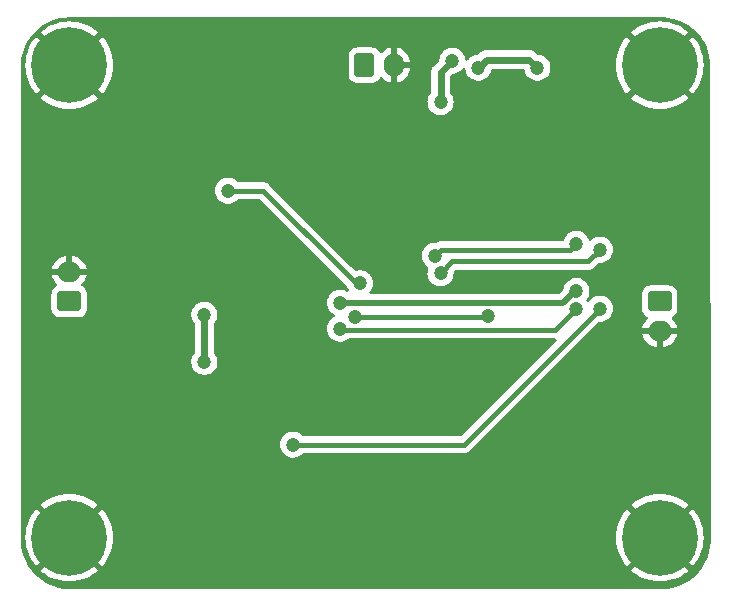
<source format=gbr>
%TF.GenerationSoftware,KiCad,Pcbnew,(7.0.0)*%
%TF.CreationDate,2023-02-16T16:51:03+01:00*%
%TF.ProjectId,STM32_hardware,53544d33-325f-4686-9172-64776172652e,rev?*%
%TF.SameCoordinates,Original*%
%TF.FileFunction,Copper,L2,Bot*%
%TF.FilePolarity,Positive*%
%FSLAX46Y46*%
G04 Gerber Fmt 4.6, Leading zero omitted, Abs format (unit mm)*
G04 Created by KiCad (PCBNEW (7.0.0)) date 2023-02-16 16:51:03*
%MOMM*%
%LPD*%
G01*
G04 APERTURE LIST*
G04 Aperture macros list*
%AMRoundRect*
0 Rectangle with rounded corners*
0 $1 Rounding radius*
0 $2 $3 $4 $5 $6 $7 $8 $9 X,Y pos of 4 corners*
0 Add a 4 corners polygon primitive as box body*
4,1,4,$2,$3,$4,$5,$6,$7,$8,$9,$2,$3,0*
0 Add four circle primitives for the rounded corners*
1,1,$1+$1,$2,$3*
1,1,$1+$1,$4,$5*
1,1,$1+$1,$6,$7*
1,1,$1+$1,$8,$9*
0 Add four rect primitives between the rounded corners*
20,1,$1+$1,$2,$3,$4,$5,0*
20,1,$1+$1,$4,$5,$6,$7,0*
20,1,$1+$1,$6,$7,$8,$9,0*
20,1,$1+$1,$8,$9,$2,$3,0*%
G04 Aperture macros list end*
%TA.AperFunction,ComponentPad*%
%ADD10C,6.400000*%
%TD*%
%TA.AperFunction,ComponentPad*%
%ADD11RoundRect,0.250000X0.750000X-0.600000X0.750000X0.600000X-0.750000X0.600000X-0.750000X-0.600000X0*%
%TD*%
%TA.AperFunction,ComponentPad*%
%ADD12O,2.000000X1.700000*%
%TD*%
%TA.AperFunction,ComponentPad*%
%ADD13RoundRect,0.250000X-0.750000X0.600000X-0.750000X-0.600000X0.750000X-0.600000X0.750000X0.600000X0*%
%TD*%
%TA.AperFunction,ComponentPad*%
%ADD14RoundRect,0.250000X-0.600000X-0.750000X0.600000X-0.750000X0.600000X0.750000X-0.600000X0.750000X0*%
%TD*%
%TA.AperFunction,ComponentPad*%
%ADD15O,1.700000X2.000000*%
%TD*%
%TA.AperFunction,ViaPad*%
%ADD16C,1.200000*%
%TD*%
%TA.AperFunction,Conductor*%
%ADD17C,0.600000*%
%TD*%
%TA.AperFunction,Conductor*%
%ADD18C,0.500000*%
%TD*%
%TA.AperFunction,Conductor*%
%ADD19C,0.400000*%
%TD*%
G04 APERTURE END LIST*
D10*
%TO.P,H4,1,1*%
%TO.N,GND*%
X149060000Y-84377458D03*
%TD*%
%TO.P,H3,1,1*%
%TO.N,GND*%
X99060000Y-84377458D03*
%TD*%
%TO.P,H2,1,1*%
%TO.N,GND*%
X149060000Y-44377458D03*
%TD*%
%TO.P,H1,1,1*%
%TO.N,GND*%
X99060000Y-44377458D03*
%TD*%
D11*
%TO.P,J4,1,Pin_1*%
%TO.N,ADC_IN1*%
X99060000Y-64377458D03*
D12*
%TO.P,J4,2,Pin_2*%
%TO.N,GND*%
X99059999Y-61877457D03*
%TD*%
D13*
%TO.P,J3,1,Pin_1*%
%TO.N,DAC_OUT*%
X149060000Y-64377458D03*
D12*
%TO.P,J3,2,Pin_2*%
%TO.N,GND*%
X149059999Y-66877457D03*
%TD*%
D14*
%TO.P,J2,1,Pin_1*%
%TO.N,+5V*%
X124060000Y-44377458D03*
D15*
%TO.P,J2,2,Pin_2*%
%TO.N,GND*%
X126559999Y-44377457D03*
%TD*%
D16*
%TO.N,GND*%
X116200000Y-48200000D03*
X112300000Y-51100000D03*
%TO.N,+5V*%
X133700000Y-44600000D03*
X138700000Y-44600000D03*
%TO.N,NRST*%
X142000000Y-63500000D03*
%TO.N,USART2_TX*%
X122000000Y-66699500D03*
X142000000Y-65000000D03*
%TO.N,Net-(U3-GND)*%
X130500000Y-47500000D03*
X131500000Y-44000000D03*
%TO.N,LED_STATUS*%
X112500000Y-55000000D03*
X123668888Y-62831112D03*
%TO.N,+3.3VA*%
X110500000Y-65500000D03*
X110500000Y-69500000D03*
%TO.N,DAC_OUT*%
X144000000Y-65000000D03*
X118000000Y-76500000D03*
%TO.N,USART2_RX*%
X123293248Y-65706752D03*
X134500000Y-65649500D03*
%TO.N,NRST*%
X122000000Y-64500000D03*
%TO.N,SWDIO*%
X144000000Y-60000000D03*
%TO.N,SWDCLK*%
X142000000Y-59500000D03*
%TO.N,SWDIO*%
X130500000Y-62000000D03*
%TO.N,SWDCLK*%
X130000000Y-60500000D03*
%TD*%
D17*
%TO.N,GND*%
X112300000Y-51100000D02*
X113300000Y-51100000D01*
X113300000Y-51100000D02*
X116200000Y-48200000D01*
%TO.N,+5V*%
X138000000Y-43900000D02*
X138700000Y-44600000D01*
X133700000Y-44600000D02*
X134400000Y-43900000D01*
X134400000Y-43900000D02*
X138000000Y-43900000D01*
D18*
%TO.N,NRST*%
X141873654Y-63500000D02*
X142000000Y-63500000D01*
X140873654Y-64500000D02*
X141873654Y-63500000D01*
X122000000Y-64500000D02*
X140873654Y-64500000D01*
D19*
%TO.N,USART2_TX*%
X140193248Y-66806752D02*
X142000000Y-65000000D01*
X122000000Y-66699500D02*
X122107252Y-66806752D01*
X122107252Y-66806752D02*
X140193248Y-66806752D01*
D17*
%TO.N,Net-(U3-GND)*%
X130500000Y-45000000D02*
X131500000Y-44000000D01*
X130500000Y-47500000D02*
X130500000Y-45000000D01*
D19*
%TO.N,LED_STATUS*%
X123668888Y-62831112D02*
X123331112Y-62831112D01*
X123331112Y-62831112D02*
X122472534Y-61972534D01*
%TO.N,DAC_OUT*%
X132500000Y-76500000D02*
X144000000Y-65000000D01*
X118000000Y-76500000D02*
X132500000Y-76500000D01*
%TO.N,USART2_RX*%
X134442748Y-65706752D02*
X134500000Y-65649500D01*
X123293248Y-65706752D02*
X134442748Y-65706752D01*
%TO.N,SWDIO*%
X143000000Y-61000000D02*
X144000000Y-60000000D01*
X131500000Y-61000000D02*
X143000000Y-61000000D01*
X130500000Y-62000000D02*
X131500000Y-61000000D01*
%TO.N,SWDCLK*%
X130500000Y-60000000D02*
X130000000Y-60500000D01*
X142000000Y-59500000D02*
X141500000Y-60000000D01*
X141500000Y-60000000D02*
X130500000Y-60000000D01*
%TO.N,LED_STATUS*%
X122472534Y-61972534D02*
X115500000Y-55000000D01*
X115500000Y-55000000D02*
X112500000Y-55000000D01*
D17*
%TO.N,+3.3VA*%
X110500000Y-69500000D02*
X110500000Y-65500000D01*
%TD*%
%TA.AperFunction,Conductor*%
%TO.N,GND*%
G36*
X149410255Y-40329211D02*
G01*
X149786168Y-40363399D01*
X149797724Y-40365001D01*
X150168771Y-40434465D01*
X150180121Y-40437150D01*
X150542954Y-40541264D01*
X150554010Y-40545010D01*
X150905408Y-40682846D01*
X150916077Y-40687624D01*
X151252913Y-40857956D01*
X151263082Y-40863716D01*
X151469990Y-40994174D01*
X151582370Y-41065031D01*
X151591960Y-41071730D01*
X151796002Y-41229085D01*
X151890846Y-41302227D01*
X151899762Y-41309799D01*
X152097931Y-41494893D01*
X152175611Y-41567447D01*
X152183771Y-41575824D01*
X152205972Y-41600876D01*
X152434104Y-41858309D01*
X152441441Y-41867420D01*
X152664043Y-42172240D01*
X152670489Y-42182002D01*
X152863379Y-42506444D01*
X152868876Y-42516770D01*
X153030334Y-42857943D01*
X153034833Y-42868740D01*
X153163423Y-43223607D01*
X153166885Y-43234781D01*
X153261461Y-43600183D01*
X153263855Y-43611633D01*
X153323580Y-43984331D01*
X153324884Y-43995956D01*
X153349301Y-44373821D01*
X153349559Y-44381755D01*
X153369478Y-84334097D01*
X153369237Y-84338639D01*
X153367469Y-84345202D01*
X153367964Y-84354938D01*
X153367964Y-84354943D01*
X153369344Y-84382061D01*
X153369504Y-84388289D01*
X153369511Y-84400670D01*
X153369514Y-84405452D01*
X153369821Y-84407091D01*
X153369950Y-84409757D01*
X153371297Y-84776038D01*
X153370788Y-84787725D01*
X153336602Y-85163612D01*
X153334995Y-85175198D01*
X153265538Y-85546213D01*
X153262845Y-85557597D01*
X153158741Y-85920399D01*
X153154988Y-85931479D01*
X153017156Y-86282864D01*
X153012375Y-86293540D01*
X152842047Y-86630369D01*
X152836282Y-86640547D01*
X152634970Y-86959830D01*
X152628271Y-86969420D01*
X152397774Y-87268305D01*
X152390202Y-87277221D01*
X152132553Y-87553071D01*
X152124174Y-87561233D01*
X151841691Y-87811564D01*
X151832580Y-87818901D01*
X151527761Y-88041503D01*
X151517999Y-88047949D01*
X151193556Y-88240839D01*
X151183231Y-88246336D01*
X150842059Y-88407794D01*
X150831261Y-88412293D01*
X150476392Y-88540883D01*
X150465218Y-88544345D01*
X150099816Y-88638922D01*
X150088366Y-88641316D01*
X149715669Y-88701041D01*
X149704044Y-88702345D01*
X149326291Y-88726756D01*
X149318295Y-88727014D01*
X99370252Y-88727014D01*
X99365633Y-88726768D01*
X99359010Y-88724983D01*
X99349263Y-88725479D01*
X99322245Y-88726854D01*
X99315943Y-88727014D01*
X99298907Y-88727014D01*
X99297194Y-88727333D01*
X99294492Y-88727463D01*
X98928177Y-88728806D01*
X98916490Y-88728297D01*
X98540597Y-88694107D01*
X98529010Y-88692499D01*
X98158015Y-88623042D01*
X98146632Y-88620350D01*
X97783826Y-88516240D01*
X97772747Y-88512487D01*
X97421365Y-88374654D01*
X97410688Y-88369873D01*
X97073863Y-88199543D01*
X97063686Y-88193778D01*
X96744400Y-87992463D01*
X96734810Y-87985764D01*
X96435925Y-87755265D01*
X96427009Y-87747692D01*
X96151176Y-87490055D01*
X96143014Y-87481677D01*
X95892678Y-87199188D01*
X95885341Y-87190077D01*
X95867805Y-87166064D01*
X96630305Y-87166064D01*
X96638191Y-87177327D01*
X96879684Y-87372883D01*
X96884938Y-87376700D01*
X97204733Y-87584378D01*
X97210354Y-87587624D01*
X97550116Y-87760741D01*
X97556040Y-87763378D01*
X97912044Y-87900036D01*
X97918197Y-87902035D01*
X98286537Y-88000731D01*
X98292879Y-88002079D01*
X98669508Y-88061731D01*
X98675951Y-88062408D01*
X99056756Y-88082366D01*
X99063244Y-88082366D01*
X99444048Y-88062408D01*
X99450491Y-88061731D01*
X99827120Y-88002079D01*
X99833462Y-88000731D01*
X100201802Y-87902035D01*
X100207955Y-87900036D01*
X100563959Y-87763378D01*
X100569883Y-87760741D01*
X100909645Y-87587624D01*
X100915266Y-87584378D01*
X101235061Y-87376700D01*
X101240315Y-87372883D01*
X101481806Y-87177328D01*
X101489693Y-87166064D01*
X146630305Y-87166064D01*
X146638191Y-87177327D01*
X146879684Y-87372883D01*
X146884938Y-87376700D01*
X147204733Y-87584378D01*
X147210354Y-87587624D01*
X147550116Y-87760741D01*
X147556040Y-87763378D01*
X147912044Y-87900036D01*
X147918197Y-87902035D01*
X148286537Y-88000731D01*
X148292879Y-88002079D01*
X148669508Y-88061731D01*
X148675951Y-88062408D01*
X149056756Y-88082366D01*
X149063244Y-88082366D01*
X149444048Y-88062408D01*
X149450491Y-88061731D01*
X149827120Y-88002079D01*
X149833462Y-88000731D01*
X150201802Y-87902035D01*
X150207955Y-87900036D01*
X150563959Y-87763378D01*
X150569883Y-87760741D01*
X150909645Y-87587624D01*
X150915266Y-87584378D01*
X151235061Y-87376700D01*
X151240315Y-87372883D01*
X151481806Y-87177328D01*
X151489693Y-87166064D01*
X151483027Y-87154038D01*
X149071542Y-84742553D01*
X149060000Y-84735889D01*
X149048457Y-84742553D01*
X146636971Y-87154038D01*
X146630305Y-87166064D01*
X101489693Y-87166064D01*
X101483027Y-87154038D01*
X99071542Y-84742553D01*
X99060000Y-84735889D01*
X99048457Y-84742553D01*
X96636971Y-87154038D01*
X96630305Y-87166064D01*
X95867805Y-87166064D01*
X95662742Y-86885261D01*
X95656296Y-86875499D01*
X95610972Y-86799264D01*
X95463401Y-86551046D01*
X95457915Y-86540742D01*
X95296450Y-86199552D01*
X95291955Y-86188763D01*
X95198725Y-85931479D01*
X95163363Y-85833889D01*
X95159904Y-85822724D01*
X95065328Y-85457323D01*
X95062934Y-85445873D01*
X95017700Y-85163612D01*
X95003207Y-85073173D01*
X95001904Y-85061554D01*
X94997531Y-84993886D01*
X94977452Y-84683168D01*
X94977195Y-84675173D01*
X94977195Y-84380702D01*
X95355092Y-84380702D01*
X95375049Y-84761506D01*
X95375726Y-84767949D01*
X95435378Y-85144578D01*
X95436726Y-85150920D01*
X95535422Y-85519260D01*
X95537421Y-85525413D01*
X95674079Y-85881417D01*
X95676716Y-85887341D01*
X95849833Y-86227103D01*
X95853079Y-86232724D01*
X96060757Y-86552519D01*
X96064574Y-86557773D01*
X96260129Y-86799265D01*
X96271392Y-86807151D01*
X96283418Y-86800485D01*
X98694904Y-84389000D01*
X98701568Y-84377457D01*
X99418431Y-84377457D01*
X99425095Y-84389000D01*
X101836580Y-86800485D01*
X101848606Y-86807151D01*
X101859870Y-86799264D01*
X102055425Y-86557773D01*
X102059242Y-86552519D01*
X102266920Y-86232724D01*
X102270166Y-86227103D01*
X102443283Y-85887341D01*
X102445920Y-85881417D01*
X102582578Y-85525413D01*
X102584577Y-85519260D01*
X102683273Y-85150920D01*
X102684621Y-85144578D01*
X102744273Y-84767949D01*
X102744950Y-84761506D01*
X102764908Y-84380702D01*
X145355092Y-84380702D01*
X145375049Y-84761506D01*
X145375726Y-84767949D01*
X145435378Y-85144578D01*
X145436726Y-85150920D01*
X145535422Y-85519260D01*
X145537421Y-85525413D01*
X145674079Y-85881417D01*
X145676716Y-85887341D01*
X145849833Y-86227103D01*
X145853079Y-86232724D01*
X146060757Y-86552519D01*
X146064574Y-86557773D01*
X146260129Y-86799265D01*
X146271392Y-86807151D01*
X146283418Y-86800485D01*
X148694904Y-84389000D01*
X148701568Y-84377457D01*
X149418431Y-84377457D01*
X149425095Y-84389000D01*
X151836580Y-86800485D01*
X151848606Y-86807151D01*
X151859870Y-86799264D01*
X152055425Y-86557773D01*
X152059242Y-86552519D01*
X152266920Y-86232724D01*
X152270166Y-86227103D01*
X152443283Y-85887341D01*
X152445920Y-85881417D01*
X152582578Y-85525413D01*
X152584577Y-85519260D01*
X152683273Y-85150920D01*
X152684621Y-85144578D01*
X152744273Y-84767949D01*
X152744950Y-84761506D01*
X152764908Y-84380702D01*
X152764908Y-84374214D01*
X152744950Y-83993409D01*
X152744273Y-83986966D01*
X152684621Y-83610337D01*
X152683273Y-83603995D01*
X152584577Y-83235655D01*
X152582578Y-83229502D01*
X152445920Y-82873498D01*
X152443283Y-82867574D01*
X152270166Y-82527812D01*
X152266920Y-82522191D01*
X152059242Y-82202396D01*
X152055425Y-82197142D01*
X151859869Y-81955649D01*
X151848606Y-81947763D01*
X151836580Y-81954429D01*
X149425095Y-84365915D01*
X149418431Y-84377457D01*
X148701568Y-84377457D01*
X148694904Y-84365915D01*
X146283418Y-81954429D01*
X146271393Y-81947763D01*
X146260127Y-81955652D01*
X146064578Y-82197136D01*
X146060756Y-82202397D01*
X145853079Y-82522191D01*
X145849833Y-82527812D01*
X145676716Y-82867574D01*
X145674079Y-82873498D01*
X145537421Y-83229502D01*
X145535422Y-83235655D01*
X145436726Y-83603995D01*
X145435378Y-83610337D01*
X145375726Y-83986966D01*
X145375049Y-83993409D01*
X145355092Y-84374214D01*
X145355092Y-84380702D01*
X102764908Y-84380702D01*
X102764908Y-84374214D01*
X102744950Y-83993409D01*
X102744273Y-83986966D01*
X102684621Y-83610337D01*
X102683273Y-83603995D01*
X102584577Y-83235655D01*
X102582578Y-83229502D01*
X102445920Y-82873498D01*
X102443283Y-82867574D01*
X102270166Y-82527812D01*
X102266920Y-82522191D01*
X102059242Y-82202396D01*
X102055425Y-82197142D01*
X101859869Y-81955649D01*
X101848606Y-81947763D01*
X101836580Y-81954429D01*
X99425095Y-84365915D01*
X99418431Y-84377457D01*
X98701568Y-84377457D01*
X98694904Y-84365915D01*
X96283418Y-81954429D01*
X96271393Y-81947763D01*
X96260127Y-81955652D01*
X96064578Y-82197136D01*
X96060756Y-82202397D01*
X95853079Y-82522191D01*
X95849833Y-82527812D01*
X95676716Y-82867574D01*
X95674079Y-82873498D01*
X95537421Y-83229502D01*
X95535422Y-83235655D01*
X95436726Y-83603995D01*
X95435378Y-83610337D01*
X95375726Y-83986966D01*
X95375049Y-83993409D01*
X95355092Y-84374214D01*
X95355092Y-84380702D01*
X94977195Y-84380702D01*
X94977195Y-81588851D01*
X96630305Y-81588851D01*
X96636971Y-81600876D01*
X99048457Y-84012362D01*
X99060000Y-84019026D01*
X99071542Y-84012362D01*
X101483027Y-81600876D01*
X101489692Y-81588851D01*
X146630305Y-81588851D01*
X146636971Y-81600876D01*
X149048457Y-84012362D01*
X149060000Y-84019026D01*
X149071542Y-84012362D01*
X151483027Y-81600876D01*
X151489693Y-81588850D01*
X151481807Y-81577587D01*
X151240315Y-81382032D01*
X151235061Y-81378215D01*
X150915266Y-81170537D01*
X150909645Y-81167291D01*
X150569883Y-80994174D01*
X150563959Y-80991537D01*
X150207955Y-80854879D01*
X150201802Y-80852880D01*
X149833462Y-80754184D01*
X149827120Y-80752836D01*
X149450491Y-80693184D01*
X149444048Y-80692507D01*
X149063244Y-80672550D01*
X149056756Y-80672550D01*
X148675951Y-80692507D01*
X148669508Y-80693184D01*
X148292879Y-80752836D01*
X148286537Y-80754184D01*
X147918197Y-80852880D01*
X147912044Y-80854879D01*
X147556040Y-80991537D01*
X147550116Y-80994174D01*
X147210354Y-81167291D01*
X147204733Y-81170537D01*
X146884939Y-81378214D01*
X146879678Y-81382036D01*
X146638194Y-81577585D01*
X146630305Y-81588851D01*
X101489692Y-81588851D01*
X101489693Y-81588850D01*
X101481807Y-81577587D01*
X101240315Y-81382032D01*
X101235061Y-81378215D01*
X100915266Y-81170537D01*
X100909645Y-81167291D01*
X100569883Y-80994174D01*
X100563959Y-80991537D01*
X100207955Y-80854879D01*
X100201802Y-80852880D01*
X99833462Y-80754184D01*
X99827120Y-80752836D01*
X99450491Y-80693184D01*
X99444048Y-80692507D01*
X99063244Y-80672550D01*
X99056756Y-80672550D01*
X98675951Y-80692507D01*
X98669508Y-80693184D01*
X98292879Y-80752836D01*
X98286537Y-80754184D01*
X97918197Y-80852880D01*
X97912044Y-80854879D01*
X97556040Y-80991537D01*
X97550116Y-80994174D01*
X97210354Y-81167291D01*
X97204733Y-81170537D01*
X96884939Y-81378214D01*
X96879678Y-81382036D01*
X96638194Y-81577585D01*
X96630305Y-81588851D01*
X94977195Y-81588851D01*
X94977195Y-69500000D01*
X109394785Y-69500000D01*
X109413603Y-69703083D01*
X109415171Y-69708594D01*
X109415173Y-69708604D01*
X109467847Y-69893731D01*
X109467849Y-69893737D01*
X109469418Y-69899250D01*
X109560327Y-70081821D01*
X109563779Y-70086392D01*
X109679778Y-70240001D01*
X109679783Y-70240006D01*
X109683236Y-70244579D01*
X109687472Y-70248440D01*
X109687476Y-70248445D01*
X109789227Y-70341203D01*
X109833959Y-70381981D01*
X110007363Y-70489348D01*
X110197544Y-70563024D01*
X110398024Y-70600500D01*
X110596247Y-70600500D01*
X110601976Y-70600500D01*
X110802456Y-70563024D01*
X110992637Y-70489348D01*
X111166041Y-70381981D01*
X111316764Y-70244579D01*
X111439673Y-70081821D01*
X111530582Y-69899250D01*
X111586397Y-69703083D01*
X111605215Y-69500000D01*
X111586397Y-69296917D01*
X111530582Y-69100750D01*
X111439673Y-68918179D01*
X111325546Y-68767050D01*
X111306928Y-68731729D01*
X111300500Y-68692323D01*
X111300500Y-66307677D01*
X111306928Y-66268271D01*
X111325546Y-66232950D01*
X111408720Y-66122809D01*
X111439673Y-66081821D01*
X111530582Y-65899250D01*
X111586397Y-65703083D01*
X111605215Y-65500000D01*
X111586397Y-65296917D01*
X111577035Y-65264015D01*
X111532152Y-65106268D01*
X111530582Y-65100750D01*
X111439673Y-64918179D01*
X111352416Y-64802632D01*
X111320221Y-64759998D01*
X111320217Y-64759994D01*
X111316764Y-64755421D01*
X111312527Y-64751558D01*
X111312523Y-64751554D01*
X111170275Y-64621879D01*
X111170276Y-64621879D01*
X111166041Y-64618019D01*
X111161171Y-64615004D01*
X111161169Y-64615002D01*
X110997511Y-64513670D01*
X110997512Y-64513670D01*
X110992637Y-64510652D01*
X110965141Y-64500000D01*
X110807803Y-64439047D01*
X110807798Y-64439045D01*
X110802456Y-64436976D01*
X110729344Y-64423309D01*
X110607605Y-64400552D01*
X110607602Y-64400551D01*
X110601976Y-64399500D01*
X110398024Y-64399500D01*
X110392398Y-64400551D01*
X110392394Y-64400552D01*
X110203181Y-64435922D01*
X110203178Y-64435922D01*
X110197544Y-64436976D01*
X110192203Y-64439044D01*
X110192196Y-64439047D01*
X110012705Y-64508582D01*
X110012700Y-64508584D01*
X110007363Y-64510652D01*
X110002491Y-64513668D01*
X110002488Y-64513670D01*
X109838830Y-64615002D01*
X109838822Y-64615007D01*
X109833959Y-64618019D01*
X109829728Y-64621875D01*
X109829724Y-64621879D01*
X109687476Y-64751554D01*
X109687466Y-64751564D01*
X109683236Y-64755421D01*
X109679787Y-64759987D01*
X109679778Y-64759998D01*
X109563779Y-64913607D01*
X109563776Y-64913611D01*
X109560327Y-64918179D01*
X109557774Y-64923304D01*
X109557772Y-64923309D01*
X109481398Y-65076690D01*
X109469418Y-65100750D01*
X109467850Y-65106258D01*
X109467847Y-65106268D01*
X109415173Y-65291395D01*
X109415170Y-65291406D01*
X109413603Y-65296917D01*
X109413073Y-65302627D01*
X109413073Y-65302632D01*
X109398289Y-65462181D01*
X109394785Y-65500000D01*
X109395314Y-65505709D01*
X109405593Y-65616647D01*
X109413603Y-65703083D01*
X109415171Y-65708594D01*
X109415173Y-65708604D01*
X109467847Y-65893731D01*
X109467849Y-65893737D01*
X109469418Y-65899250D01*
X109471976Y-65904387D01*
X109554407Y-66069933D01*
X109560327Y-66081821D01*
X109581561Y-66109939D01*
X109674454Y-66232950D01*
X109693072Y-66268271D01*
X109699500Y-66307677D01*
X109699500Y-68692323D01*
X109693072Y-68731729D01*
X109674454Y-68767050D01*
X109563779Y-68913607D01*
X109563776Y-68913611D01*
X109560327Y-68918179D01*
X109557774Y-68923304D01*
X109557772Y-68923309D01*
X109471976Y-69095612D01*
X109469418Y-69100750D01*
X109467850Y-69106258D01*
X109467847Y-69106268D01*
X109415173Y-69291395D01*
X109415170Y-69291406D01*
X109413603Y-69296917D01*
X109394785Y-69500000D01*
X94977195Y-69500000D01*
X94977195Y-65024336D01*
X97559500Y-65024336D01*
X97559501Y-65027466D01*
X97559820Y-65030598D01*
X97559821Y-65030599D01*
X97569312Y-65123519D01*
X97569313Y-65123527D01*
X97570001Y-65130255D01*
X97572129Y-65136677D01*
X97572130Y-65136681D01*
X97594134Y-65203083D01*
X97625186Y-65296792D01*
X97628977Y-65302938D01*
X97713497Y-65439969D01*
X97713500Y-65439973D01*
X97717288Y-65446114D01*
X97841344Y-65570170D01*
X97847485Y-65573958D01*
X97847488Y-65573960D01*
X97867644Y-65586392D01*
X97990666Y-65662272D01*
X98157203Y-65717457D01*
X98259991Y-65727958D01*
X99860008Y-65727957D01*
X99962797Y-65717457D01*
X100129334Y-65662272D01*
X100278656Y-65570170D01*
X100402712Y-65446114D01*
X100494814Y-65296792D01*
X100549999Y-65130255D01*
X100560500Y-65027467D01*
X100560499Y-63727450D01*
X100549999Y-63624661D01*
X100494814Y-63458124D01*
X100402712Y-63308802D01*
X100278656Y-63184746D01*
X100272515Y-63180958D01*
X100272511Y-63180955D01*
X100129334Y-63092644D01*
X100129811Y-63091869D01*
X100089557Y-63059562D01*
X100065816Y-63005608D01*
X100069671Y-62946787D01*
X100100251Y-62896393D01*
X100244284Y-62752360D01*
X100251215Y-62744101D01*
X100380498Y-62559466D01*
X100385886Y-62550134D01*
X100481143Y-62345855D01*
X100484831Y-62335721D01*
X100536943Y-62141238D01*
X100537311Y-62130009D01*
X100526369Y-62127458D01*
X97593631Y-62127458D01*
X97582688Y-62130009D01*
X97583056Y-62141238D01*
X97635168Y-62335721D01*
X97638856Y-62345855D01*
X97734110Y-62550125D01*
X97739508Y-62559475D01*
X97868784Y-62744100D01*
X97875719Y-62752365D01*
X98019748Y-62896394D01*
X98050327Y-62946786D01*
X98054184Y-63005604D01*
X98030446Y-63059558D01*
X97990188Y-63091870D01*
X97990666Y-63092644D01*
X97847488Y-63180955D01*
X97847480Y-63180961D01*
X97841344Y-63184746D01*
X97836242Y-63189847D01*
X97836238Y-63189851D01*
X97722393Y-63303696D01*
X97722389Y-63303700D01*
X97717288Y-63308802D01*
X97713503Y-63314938D01*
X97713497Y-63314946D01*
X97635912Y-63440734D01*
X97625186Y-63458124D01*
X97622915Y-63464975D01*
X97622914Y-63464979D01*
X97572202Y-63618019D01*
X97570001Y-63624661D01*
X97569313Y-63631391D01*
X97569312Y-63631398D01*
X97559819Y-63724317D01*
X97559818Y-63724335D01*
X97559500Y-63727449D01*
X97559500Y-63730596D01*
X97559500Y-63730597D01*
X97559500Y-65024317D01*
X97559500Y-65024336D01*
X94977195Y-65024336D01*
X94977195Y-61624906D01*
X97582688Y-61624906D01*
X97593631Y-61627458D01*
X98793674Y-61627458D01*
X98806549Y-61624007D01*
X98810000Y-61611132D01*
X99310000Y-61611132D01*
X99313450Y-61624007D01*
X99326326Y-61627458D01*
X100526369Y-61627458D01*
X100537311Y-61624906D01*
X100536943Y-61613677D01*
X100484831Y-61419194D01*
X100481143Y-61409060D01*
X100385889Y-61204790D01*
X100380491Y-61195440D01*
X100251215Y-61010815D01*
X100244280Y-61002550D01*
X100084907Y-60843177D01*
X100076642Y-60836242D01*
X99892017Y-60706966D01*
X99882667Y-60701568D01*
X99678397Y-60606314D01*
X99668263Y-60602626D01*
X99450553Y-60544291D01*
X99439922Y-60542416D01*
X99327178Y-60532552D01*
X99313734Y-60535125D01*
X99310000Y-60548293D01*
X99310000Y-61611132D01*
X98810000Y-61611132D01*
X98810000Y-60548293D01*
X98806265Y-60535125D01*
X98792821Y-60532552D01*
X98680077Y-60542416D01*
X98669446Y-60544291D01*
X98451736Y-60602626D01*
X98441602Y-60606314D01*
X98237332Y-60701568D01*
X98227982Y-60706966D01*
X98043357Y-60836242D01*
X98035092Y-60843177D01*
X97875721Y-61002548D01*
X97868784Y-61010814D01*
X97739501Y-61195449D01*
X97734113Y-61204781D01*
X97638856Y-61409060D01*
X97635168Y-61419194D01*
X97583056Y-61613677D01*
X97582688Y-61624906D01*
X94977195Y-61624906D01*
X94977195Y-55000000D01*
X111394785Y-55000000D01*
X111413603Y-55203083D01*
X111415171Y-55208594D01*
X111415173Y-55208604D01*
X111467847Y-55393731D01*
X111467849Y-55393737D01*
X111469418Y-55399250D01*
X111560327Y-55581821D01*
X111563779Y-55586392D01*
X111679778Y-55740001D01*
X111679783Y-55740006D01*
X111683236Y-55744579D01*
X111687472Y-55748440D01*
X111687476Y-55748445D01*
X111789227Y-55841203D01*
X111833959Y-55881981D01*
X112007363Y-55989348D01*
X112197544Y-56063024D01*
X112398024Y-56100500D01*
X112596247Y-56100500D01*
X112601976Y-56100500D01*
X112802456Y-56063024D01*
X112992637Y-55989348D01*
X113166041Y-55881981D01*
X113316764Y-55744579D01*
X113319674Y-55740725D01*
X113360898Y-55711065D01*
X113410983Y-55700500D01*
X115158481Y-55700500D01*
X115205934Y-55709939D01*
X115246162Y-55736819D01*
X122575209Y-63065866D01*
X122606794Y-63119612D01*
X122636735Y-63224843D01*
X122636737Y-63224849D01*
X122638306Y-63230362D01*
X122710756Y-63375862D01*
X122723564Y-63438004D01*
X122703957Y-63498347D01*
X122657068Y-63541092D01*
X122595173Y-63555047D01*
X122534479Y-63536559D01*
X122492637Y-63510652D01*
X122460874Y-63498347D01*
X122307803Y-63439047D01*
X122307798Y-63439045D01*
X122302456Y-63436976D01*
X122296818Y-63435922D01*
X122107605Y-63400552D01*
X122107602Y-63400551D01*
X122101976Y-63399500D01*
X121898024Y-63399500D01*
X121892398Y-63400551D01*
X121892394Y-63400552D01*
X121703181Y-63435922D01*
X121703178Y-63435922D01*
X121697544Y-63436976D01*
X121692203Y-63439044D01*
X121692196Y-63439047D01*
X121512705Y-63508582D01*
X121512700Y-63508584D01*
X121507363Y-63510652D01*
X121502494Y-63513667D01*
X121502488Y-63513670D01*
X121338830Y-63615002D01*
X121338822Y-63615007D01*
X121333959Y-63618019D01*
X121329728Y-63621875D01*
X121329724Y-63621879D01*
X121187476Y-63751554D01*
X121187466Y-63751564D01*
X121183236Y-63755421D01*
X121179787Y-63759987D01*
X121179778Y-63759998D01*
X121063779Y-63913607D01*
X121063776Y-63913611D01*
X121060327Y-63918179D01*
X121057774Y-63923304D01*
X121057772Y-63923309D01*
X121014281Y-64010652D01*
X120969418Y-64100750D01*
X120967850Y-64106258D01*
X120967847Y-64106268D01*
X120915173Y-64291395D01*
X120915170Y-64291406D01*
X120913603Y-64296917D01*
X120913073Y-64302627D01*
X120913073Y-64302632D01*
X120900625Y-64436976D01*
X120894785Y-64500000D01*
X120895314Y-64505709D01*
X120906078Y-64621879D01*
X120913603Y-64703083D01*
X120915171Y-64708594D01*
X120915173Y-64708604D01*
X120967847Y-64893731D01*
X120967849Y-64893737D01*
X120969418Y-64899250D01*
X121060327Y-65081821D01*
X121080522Y-65108564D01*
X121179778Y-65240001D01*
X121179783Y-65240006D01*
X121183236Y-65244579D01*
X121187472Y-65248440D01*
X121187476Y-65248445D01*
X121246917Y-65302632D01*
X121333959Y-65381981D01*
X121338829Y-65384996D01*
X121338830Y-65384997D01*
X121502485Y-65486328D01*
X121502487Y-65486329D01*
X121507363Y-65489348D01*
X121508482Y-65489781D01*
X121557504Y-65534475D01*
X121576076Y-65599750D01*
X121557504Y-65665025D01*
X121508482Y-65709718D01*
X121507363Y-65710152D01*
X121502495Y-65713165D01*
X121502485Y-65713171D01*
X121338830Y-65814502D01*
X121338822Y-65814507D01*
X121333959Y-65817519D01*
X121329728Y-65821375D01*
X121329724Y-65821379D01*
X121187476Y-65951054D01*
X121187466Y-65951064D01*
X121183236Y-65954921D01*
X121179787Y-65959487D01*
X121179778Y-65959498D01*
X121063779Y-66113107D01*
X121063776Y-66113111D01*
X121060327Y-66117679D01*
X121057774Y-66122804D01*
X121057772Y-66122809D01*
X120971976Y-66295112D01*
X120969418Y-66300250D01*
X120967850Y-66305758D01*
X120967847Y-66305768D01*
X120915173Y-66490895D01*
X120915170Y-66490906D01*
X120913603Y-66496417D01*
X120913073Y-66502127D01*
X120913073Y-66502132D01*
X120895314Y-66693791D01*
X120894785Y-66699500D01*
X120913603Y-66902583D01*
X120915171Y-66908094D01*
X120915173Y-66908104D01*
X120967847Y-67093231D01*
X120967849Y-67093237D01*
X120969418Y-67098750D01*
X121060327Y-67281321D01*
X121063779Y-67285892D01*
X121179778Y-67439501D01*
X121179783Y-67439506D01*
X121183236Y-67444079D01*
X121187472Y-67447940D01*
X121187476Y-67447945D01*
X121261718Y-67515625D01*
X121333959Y-67581481D01*
X121507363Y-67688848D01*
X121697544Y-67762524D01*
X121898024Y-67800000D01*
X122096247Y-67800000D01*
X122101976Y-67800000D01*
X122302456Y-67762524D01*
X122492637Y-67688848D01*
X122666041Y-67581481D01*
X122711964Y-67539615D01*
X122750710Y-67515625D01*
X122795504Y-67507252D01*
X140168327Y-67507252D01*
X140175813Y-67507478D01*
X140186168Y-67508104D01*
X140208253Y-67509440D01*
X140262332Y-67525578D01*
X140303659Y-67564012D01*
X140323672Y-67616781D01*
X140318225Y-67672954D01*
X140288447Y-67720895D01*
X132246162Y-75763181D01*
X132205934Y-75790061D01*
X132158481Y-75799500D01*
X118910983Y-75799500D01*
X118860898Y-75788935D01*
X118819674Y-75759274D01*
X118816764Y-75755421D01*
X118666041Y-75618019D01*
X118661171Y-75615004D01*
X118661169Y-75615002D01*
X118497511Y-75513670D01*
X118497512Y-75513670D01*
X118492637Y-75510652D01*
X118487294Y-75508582D01*
X118307803Y-75439047D01*
X118307798Y-75439045D01*
X118302456Y-75436976D01*
X118296818Y-75435922D01*
X118107605Y-75400552D01*
X118107602Y-75400551D01*
X118101976Y-75399500D01*
X117898024Y-75399500D01*
X117892398Y-75400551D01*
X117892394Y-75400552D01*
X117703181Y-75435922D01*
X117703178Y-75435922D01*
X117697544Y-75436976D01*
X117692203Y-75439044D01*
X117692196Y-75439047D01*
X117512705Y-75508582D01*
X117512700Y-75508584D01*
X117507363Y-75510652D01*
X117502491Y-75513668D01*
X117502488Y-75513670D01*
X117338830Y-75615002D01*
X117338822Y-75615007D01*
X117333959Y-75618019D01*
X117329728Y-75621875D01*
X117329724Y-75621879D01*
X117187476Y-75751554D01*
X117187471Y-75751560D01*
X117183236Y-75755421D01*
X117179787Y-75759987D01*
X117179778Y-75759998D01*
X117063779Y-75913607D01*
X117063776Y-75913611D01*
X117060327Y-75918179D01*
X117057774Y-75923304D01*
X117057772Y-75923309D01*
X116971976Y-76095612D01*
X116969418Y-76100750D01*
X116967850Y-76106258D01*
X116967847Y-76106268D01*
X116915173Y-76291395D01*
X116915170Y-76291406D01*
X116913603Y-76296917D01*
X116894785Y-76500000D01*
X116913603Y-76703083D01*
X116915171Y-76708594D01*
X116915173Y-76708604D01*
X116967847Y-76893731D01*
X116967849Y-76893737D01*
X116969418Y-76899250D01*
X116971976Y-76904387D01*
X117052841Y-77066788D01*
X117060327Y-77081821D01*
X117063779Y-77086392D01*
X117179778Y-77240001D01*
X117179783Y-77240006D01*
X117183236Y-77244579D01*
X117187472Y-77248440D01*
X117187476Y-77248445D01*
X117289227Y-77341203D01*
X117333959Y-77381981D01*
X117507363Y-77489348D01*
X117697544Y-77563024D01*
X117898024Y-77600500D01*
X118096247Y-77600500D01*
X118101976Y-77600500D01*
X118302456Y-77563024D01*
X118492637Y-77489348D01*
X118666041Y-77381981D01*
X118816764Y-77244579D01*
X118819674Y-77240725D01*
X118860898Y-77211065D01*
X118910983Y-77200500D01*
X132475079Y-77200500D01*
X132482566Y-77200725D01*
X132542606Y-77204358D01*
X132601782Y-77193513D01*
X132609181Y-77192387D01*
X132668872Y-77185140D01*
X132678332Y-77181551D01*
X132699959Y-77175522D01*
X132709932Y-77173695D01*
X132764808Y-77148996D01*
X132771673Y-77146152D01*
X132827930Y-77124818D01*
X132836264Y-77119064D01*
X132855821Y-77108034D01*
X132865057Y-77103878D01*
X132912413Y-77066775D01*
X132918420Y-77062355D01*
X132967929Y-77028183D01*
X133007822Y-76983151D01*
X133012924Y-76977731D01*
X142860646Y-67130009D01*
X147582688Y-67130009D01*
X147583056Y-67141238D01*
X147635168Y-67335721D01*
X147638856Y-67345855D01*
X147734110Y-67550125D01*
X147739508Y-67559475D01*
X147868784Y-67744100D01*
X147875719Y-67752365D01*
X148035092Y-67911738D01*
X148043357Y-67918673D01*
X148227982Y-68047949D01*
X148237332Y-68053347D01*
X148441602Y-68148601D01*
X148451736Y-68152289D01*
X148669446Y-68210624D01*
X148680077Y-68212499D01*
X148792821Y-68222363D01*
X148806265Y-68219790D01*
X148810000Y-68206623D01*
X149310000Y-68206623D01*
X149313734Y-68219790D01*
X149327178Y-68222363D01*
X149439922Y-68212499D01*
X149450553Y-68210624D01*
X149668263Y-68152289D01*
X149678397Y-68148601D01*
X149882667Y-68053347D01*
X149892017Y-68047949D01*
X150076642Y-67918673D01*
X150084907Y-67911738D01*
X150244278Y-67752367D01*
X150251215Y-67744101D01*
X150380498Y-67559466D01*
X150385886Y-67550134D01*
X150481143Y-67345855D01*
X150484831Y-67335721D01*
X150536943Y-67141238D01*
X150537311Y-67130009D01*
X150526369Y-67127458D01*
X149326326Y-67127458D01*
X149313450Y-67130908D01*
X149310000Y-67143784D01*
X149310000Y-68206623D01*
X148810000Y-68206623D01*
X148810000Y-67143784D01*
X148806549Y-67130908D01*
X148793674Y-67127458D01*
X147593631Y-67127458D01*
X147582688Y-67130009D01*
X142860646Y-67130009D01*
X143853837Y-66136818D01*
X143894065Y-66109939D01*
X143941518Y-66100500D01*
X144096247Y-66100500D01*
X144101976Y-66100500D01*
X144302456Y-66063024D01*
X144492637Y-65989348D01*
X144666041Y-65881981D01*
X144816764Y-65744579D01*
X144939673Y-65581821D01*
X145030582Y-65399250D01*
X145086397Y-65203083D01*
X145102960Y-65024336D01*
X147559500Y-65024336D01*
X147559501Y-65027466D01*
X147559820Y-65030598D01*
X147559821Y-65030599D01*
X147569312Y-65123519D01*
X147569313Y-65123527D01*
X147570001Y-65130255D01*
X147572129Y-65136677D01*
X147572130Y-65136681D01*
X147594134Y-65203083D01*
X147625186Y-65296792D01*
X147628977Y-65302938D01*
X147713497Y-65439969D01*
X147713500Y-65439973D01*
X147717288Y-65446114D01*
X147841344Y-65570170D01*
X147847485Y-65573958D01*
X147847488Y-65573960D01*
X147990666Y-65662272D01*
X147990187Y-65663047D01*
X148030438Y-65695348D01*
X148054182Y-65749303D01*
X148050329Y-65808125D01*
X148019749Y-65858521D01*
X147875716Y-66002554D01*
X147868784Y-66010814D01*
X147739501Y-66195449D01*
X147734113Y-66204781D01*
X147638856Y-66409060D01*
X147635168Y-66419194D01*
X147583056Y-66613677D01*
X147582688Y-66624906D01*
X147593631Y-66627458D01*
X150526369Y-66627458D01*
X150537311Y-66624906D01*
X150536943Y-66613677D01*
X150484831Y-66419194D01*
X150481143Y-66409060D01*
X150385889Y-66204790D01*
X150380491Y-66195440D01*
X150251215Y-66010815D01*
X150244280Y-66002550D01*
X150100251Y-65858521D01*
X150069670Y-65808124D01*
X150065817Y-65749299D01*
X150089564Y-65695344D01*
X150129812Y-65663048D01*
X150129334Y-65662272D01*
X150230699Y-65599750D01*
X150278656Y-65570170D01*
X150402712Y-65446114D01*
X150494814Y-65296792D01*
X150549999Y-65130255D01*
X150560500Y-65027467D01*
X150560499Y-63727450D01*
X150549999Y-63624661D01*
X150494814Y-63458124D01*
X150402712Y-63308802D01*
X150278656Y-63184746D01*
X150272515Y-63180958D01*
X150272511Y-63180955D01*
X150135480Y-63096435D01*
X150129334Y-63092644D01*
X150048523Y-63065866D01*
X149969225Y-63039589D01*
X149969224Y-63039588D01*
X149962797Y-63037459D01*
X149956064Y-63036771D01*
X149956059Y-63036770D01*
X149863140Y-63027277D01*
X149863123Y-63027276D01*
X149860009Y-63026958D01*
X149856860Y-63026958D01*
X148263140Y-63026958D01*
X148263120Y-63026958D01*
X148259992Y-63026959D01*
X148256860Y-63027278D01*
X148256858Y-63027279D01*
X148163938Y-63036770D01*
X148163928Y-63036771D01*
X148157203Y-63037459D01*
X148150781Y-63039586D01*
X148150776Y-63039588D01*
X147997521Y-63090372D01*
X147997517Y-63090373D01*
X147990666Y-63092644D01*
X147984522Y-63096433D01*
X147984519Y-63096435D01*
X147847488Y-63180955D01*
X147847480Y-63180961D01*
X147841344Y-63184746D01*
X147836242Y-63189847D01*
X147836238Y-63189851D01*
X147722393Y-63303696D01*
X147722389Y-63303700D01*
X147717288Y-63308802D01*
X147713503Y-63314938D01*
X147713497Y-63314946D01*
X147635912Y-63440734D01*
X147625186Y-63458124D01*
X147622915Y-63464975D01*
X147622914Y-63464979D01*
X147572202Y-63618019D01*
X147570001Y-63624661D01*
X147569313Y-63631391D01*
X147569312Y-63631398D01*
X147559819Y-63724317D01*
X147559818Y-63724335D01*
X147559500Y-63727449D01*
X147559500Y-63730596D01*
X147559500Y-63730597D01*
X147559500Y-65024317D01*
X147559500Y-65024336D01*
X145102960Y-65024336D01*
X145105215Y-65000000D01*
X145086397Y-64796917D01*
X145061269Y-64708604D01*
X145032152Y-64606268D01*
X145030582Y-64600750D01*
X144939673Y-64418179D01*
X144852416Y-64302632D01*
X144820221Y-64259998D01*
X144820217Y-64259994D01*
X144816764Y-64255421D01*
X144812527Y-64251558D01*
X144812523Y-64251554D01*
X144670275Y-64121879D01*
X144670276Y-64121879D01*
X144666041Y-64118019D01*
X144661171Y-64115004D01*
X144661169Y-64115002D01*
X144497511Y-64013670D01*
X144497512Y-64013670D01*
X144492637Y-64010652D01*
X144487294Y-64008582D01*
X144307803Y-63939047D01*
X144307798Y-63939045D01*
X144302456Y-63936976D01*
X144229344Y-63923309D01*
X144107605Y-63900552D01*
X144107602Y-63900551D01*
X144101976Y-63899500D01*
X143898024Y-63899500D01*
X143892398Y-63900551D01*
X143892394Y-63900552D01*
X143703181Y-63935922D01*
X143703178Y-63935922D01*
X143697544Y-63936976D01*
X143692203Y-63939044D01*
X143692196Y-63939047D01*
X143512705Y-64008582D01*
X143512700Y-64008584D01*
X143507363Y-64010652D01*
X143502491Y-64013668D01*
X143502488Y-64013670D01*
X143338830Y-64115002D01*
X143338822Y-64115007D01*
X143333959Y-64118019D01*
X143329728Y-64121875D01*
X143329724Y-64121879D01*
X143187476Y-64251554D01*
X143187466Y-64251564D01*
X143183236Y-64255421D01*
X143179787Y-64259987D01*
X143179778Y-64259998D01*
X143098954Y-64367028D01*
X143055271Y-64403301D01*
X143000000Y-64416301D01*
X142944728Y-64403301D01*
X142901046Y-64367028D01*
X142869101Y-64324726D01*
X142846926Y-64276526D01*
X142846926Y-64223471D01*
X142869099Y-64175275D01*
X142939673Y-64081821D01*
X143030582Y-63899250D01*
X143086397Y-63703083D01*
X143105215Y-63500000D01*
X143086397Y-63296917D01*
X143030582Y-63100750D01*
X142939673Y-62918179D01*
X142869612Y-62825403D01*
X142820221Y-62759998D01*
X142820217Y-62759994D01*
X142816764Y-62755421D01*
X142812527Y-62751558D01*
X142812523Y-62751554D01*
X142698520Y-62647627D01*
X142666041Y-62618019D01*
X142661171Y-62615004D01*
X142661169Y-62615002D01*
X142497511Y-62513670D01*
X142497512Y-62513670D01*
X142492637Y-62510652D01*
X142487294Y-62508582D01*
X142307803Y-62439047D01*
X142307798Y-62439045D01*
X142302456Y-62436976D01*
X142296818Y-62435922D01*
X142107605Y-62400552D01*
X142107602Y-62400551D01*
X142101976Y-62399500D01*
X141898024Y-62399500D01*
X141892398Y-62400551D01*
X141892394Y-62400552D01*
X141703181Y-62435922D01*
X141703178Y-62435922D01*
X141697544Y-62436976D01*
X141692203Y-62439044D01*
X141692196Y-62439047D01*
X141512705Y-62508582D01*
X141512700Y-62508584D01*
X141507363Y-62510652D01*
X141502491Y-62513668D01*
X141502488Y-62513670D01*
X141338830Y-62615002D01*
X141338822Y-62615007D01*
X141333959Y-62618019D01*
X141329728Y-62621875D01*
X141329724Y-62621879D01*
X141187476Y-62751554D01*
X141187466Y-62751564D01*
X141183236Y-62755421D01*
X141179787Y-62759987D01*
X141179778Y-62759998D01*
X141063779Y-62913607D01*
X141063776Y-62913611D01*
X141060327Y-62918179D01*
X141057774Y-62923304D01*
X141057772Y-62923309D01*
X140973454Y-63092644D01*
X140969418Y-63100750D01*
X140967850Y-63106258D01*
X140967847Y-63106268D01*
X140915173Y-63291395D01*
X140915170Y-63291406D01*
X140913603Y-63296917D01*
X140913073Y-63302627D01*
X140913073Y-63302632D01*
X140907341Y-63364494D01*
X140896117Y-63405746D01*
X140871551Y-63440734D01*
X140599105Y-63713181D01*
X140558877Y-63740061D01*
X140511424Y-63749500D01*
X124603423Y-63749500D01*
X124538145Y-63730927D01*
X124492423Y-63680772D01*
X124479952Y-63614059D01*
X124504469Y-63550773D01*
X124536330Y-63508582D01*
X124608561Y-63412933D01*
X124699470Y-63230362D01*
X124755285Y-63034195D01*
X124774103Y-62831112D01*
X124755285Y-62628029D01*
X124751578Y-62615002D01*
X124701040Y-62437380D01*
X124699470Y-62431862D01*
X124608561Y-62249291D01*
X124560064Y-62185071D01*
X124489109Y-62091110D01*
X124489105Y-62091106D01*
X124485652Y-62086533D01*
X124481415Y-62082670D01*
X124481411Y-62082666D01*
X124367408Y-61978739D01*
X124334929Y-61949131D01*
X124330059Y-61946116D01*
X124330057Y-61946114D01*
X124166399Y-61844782D01*
X124166400Y-61844782D01*
X124161525Y-61841764D01*
X124156182Y-61839694D01*
X123976691Y-61770159D01*
X123976686Y-61770157D01*
X123971344Y-61768088D01*
X123965706Y-61767034D01*
X123776493Y-61731664D01*
X123776490Y-61731663D01*
X123770864Y-61730612D01*
X123566912Y-61730612D01*
X123561286Y-61731663D01*
X123561282Y-61731664D01*
X123372062Y-61767035D01*
X123372056Y-61767036D01*
X123366432Y-61768088D01*
X123361091Y-61770156D01*
X123355574Y-61771727D01*
X123355243Y-61770565D01*
X123317449Y-61777328D01*
X123271027Y-61767535D01*
X123231681Y-61741024D01*
X122937903Y-61447246D01*
X122937901Y-61447243D01*
X121990658Y-60500000D01*
X128894785Y-60500000D01*
X128913603Y-60703083D01*
X128915171Y-60708594D01*
X128915173Y-60708604D01*
X128967847Y-60893731D01*
X128967849Y-60893737D01*
X128969418Y-60899250D01*
X128971976Y-60904387D01*
X129049935Y-61060952D01*
X129060327Y-61081821D01*
X129063779Y-61086392D01*
X129179778Y-61240001D01*
X129179783Y-61240006D01*
X129183236Y-61244579D01*
X129187472Y-61248440D01*
X129187476Y-61248445D01*
X129289227Y-61341203D01*
X129333959Y-61381981D01*
X129424650Y-61438134D01*
X129466754Y-61481551D01*
X129483313Y-61539722D01*
X129472392Y-61589629D01*
X129474045Y-61590270D01*
X129471972Y-61595620D01*
X129469418Y-61600750D01*
X129467850Y-61606260D01*
X129467848Y-61606266D01*
X129415173Y-61791395D01*
X129415170Y-61791406D01*
X129413603Y-61796917D01*
X129413073Y-61802627D01*
X129413073Y-61802632D01*
X129399141Y-61952991D01*
X129394785Y-62000000D01*
X129413603Y-62203083D01*
X129415171Y-62208594D01*
X129415173Y-62208604D01*
X129467847Y-62393731D01*
X129467849Y-62393737D01*
X129469418Y-62399250D01*
X129560327Y-62581821D01*
X129563779Y-62586392D01*
X129679778Y-62740001D01*
X129679783Y-62740006D01*
X129683236Y-62744579D01*
X129687472Y-62748440D01*
X129687476Y-62748445D01*
X129771896Y-62825403D01*
X129833959Y-62881981D01*
X130007363Y-62989348D01*
X130197544Y-63063024D01*
X130398024Y-63100500D01*
X130596247Y-63100500D01*
X130601976Y-63100500D01*
X130802456Y-63063024D01*
X130992637Y-62989348D01*
X131166041Y-62881981D01*
X131316764Y-62744579D01*
X131439673Y-62581821D01*
X131530582Y-62399250D01*
X131586397Y-62203083D01*
X131605215Y-62000000D01*
X131600870Y-61953114D01*
X131607710Y-61899565D01*
X131636656Y-61853999D01*
X131753840Y-61736815D01*
X131794065Y-61709939D01*
X131841518Y-61700500D01*
X142975079Y-61700500D01*
X142982566Y-61700725D01*
X143042606Y-61704358D01*
X143101782Y-61693513D01*
X143109181Y-61692387D01*
X143168872Y-61685140D01*
X143178332Y-61681551D01*
X143199959Y-61675522D01*
X143209932Y-61673695D01*
X143264808Y-61648996D01*
X143271673Y-61646152D01*
X143327930Y-61624818D01*
X143336264Y-61619064D01*
X143355821Y-61608034D01*
X143365057Y-61603878D01*
X143412413Y-61566775D01*
X143418420Y-61562355D01*
X143467929Y-61528183D01*
X143507822Y-61483151D01*
X143512925Y-61477730D01*
X143853836Y-61136818D01*
X143894064Y-61109939D01*
X143941517Y-61100500D01*
X144096247Y-61100500D01*
X144101976Y-61100500D01*
X144302456Y-61063024D01*
X144492637Y-60989348D01*
X144666041Y-60881981D01*
X144816764Y-60744579D01*
X144939673Y-60581821D01*
X145030582Y-60399250D01*
X145086397Y-60203083D01*
X145105215Y-60000000D01*
X145086397Y-59796917D01*
X145030582Y-59600750D01*
X144939673Y-59418179D01*
X144869270Y-59324950D01*
X144820221Y-59259998D01*
X144820217Y-59259994D01*
X144816764Y-59255421D01*
X144812527Y-59251558D01*
X144812523Y-59251554D01*
X144670275Y-59121879D01*
X144670276Y-59121879D01*
X144666041Y-59118019D01*
X144661171Y-59115004D01*
X144661169Y-59115002D01*
X144497511Y-59013670D01*
X144497512Y-59013670D01*
X144492637Y-59010652D01*
X144487294Y-59008582D01*
X144307803Y-58939047D01*
X144307798Y-58939045D01*
X144302456Y-58936976D01*
X144229344Y-58923309D01*
X144107605Y-58900552D01*
X144107602Y-58900551D01*
X144101976Y-58899500D01*
X143898024Y-58899500D01*
X143892398Y-58900551D01*
X143892394Y-58900552D01*
X143703181Y-58935922D01*
X143703178Y-58935922D01*
X143697544Y-58936976D01*
X143692203Y-58939044D01*
X143692196Y-58939047D01*
X143512705Y-59008582D01*
X143512700Y-59008584D01*
X143507363Y-59010652D01*
X143502491Y-59013668D01*
X143502488Y-59013670D01*
X143338830Y-59115002D01*
X143338822Y-59115007D01*
X143333959Y-59118019D01*
X143329728Y-59121875D01*
X143329724Y-59121879D01*
X143244965Y-59199147D01*
X143189817Y-59228216D01*
X143127493Y-59226776D01*
X143073746Y-59195192D01*
X143042161Y-59141445D01*
X143032152Y-59106268D01*
X143030582Y-59100750D01*
X142939673Y-58918179D01*
X142891176Y-58853959D01*
X142820221Y-58759998D01*
X142820217Y-58759994D01*
X142816764Y-58755421D01*
X142812527Y-58751558D01*
X142812523Y-58751554D01*
X142670275Y-58621879D01*
X142670276Y-58621879D01*
X142666041Y-58618019D01*
X142661171Y-58615004D01*
X142661169Y-58615002D01*
X142497511Y-58513670D01*
X142497512Y-58513670D01*
X142492637Y-58510652D01*
X142487294Y-58508582D01*
X142307803Y-58439047D01*
X142307798Y-58439045D01*
X142302456Y-58436976D01*
X142296818Y-58435922D01*
X142107605Y-58400552D01*
X142107602Y-58400551D01*
X142101976Y-58399500D01*
X141898024Y-58399500D01*
X141892398Y-58400551D01*
X141892394Y-58400552D01*
X141703181Y-58435922D01*
X141703178Y-58435922D01*
X141697544Y-58436976D01*
X141692203Y-58439044D01*
X141692196Y-58439047D01*
X141512705Y-58508582D01*
X141512700Y-58508584D01*
X141507363Y-58510652D01*
X141502491Y-58513668D01*
X141502488Y-58513670D01*
X141338830Y-58615002D01*
X141338822Y-58615007D01*
X141333959Y-58618019D01*
X141329728Y-58621875D01*
X141329724Y-58621879D01*
X141187476Y-58751554D01*
X141187466Y-58751564D01*
X141183236Y-58755421D01*
X141179787Y-58759987D01*
X141179778Y-58759998D01*
X141063779Y-58913607D01*
X141063776Y-58913611D01*
X141060327Y-58918179D01*
X141057774Y-58923304D01*
X141057772Y-58923309D01*
X141014281Y-59010652D01*
X140969418Y-59100750D01*
X140967850Y-59106258D01*
X140967847Y-59106268D01*
X140938494Y-59209435D01*
X140913394Y-59256177D01*
X140871055Y-59288150D01*
X140819228Y-59299500D01*
X130524921Y-59299500D01*
X130517433Y-59299274D01*
X130464881Y-59296094D01*
X130464873Y-59296094D01*
X130457394Y-59295642D01*
X130450018Y-59296993D01*
X130450011Y-59296994D01*
X130398228Y-59306483D01*
X130390828Y-59307610D01*
X130338569Y-59313956D01*
X130338565Y-59313956D01*
X130331128Y-59314860D01*
X130324119Y-59317517D01*
X130324114Y-59317519D01*
X130321643Y-59318456D01*
X130300053Y-59324474D01*
X130297452Y-59324950D01*
X130297438Y-59324954D01*
X130290069Y-59326305D01*
X130283232Y-59329381D01*
X130283232Y-59329382D01*
X130235226Y-59350987D01*
X130228310Y-59353851D01*
X130179082Y-59372521D01*
X130179070Y-59372526D01*
X130172070Y-59375182D01*
X130165902Y-59379438D01*
X130159259Y-59382926D01*
X130158921Y-59382282D01*
X130135086Y-59393887D01*
X130098199Y-59399500D01*
X129898024Y-59399500D01*
X129892398Y-59400551D01*
X129892394Y-59400552D01*
X129703181Y-59435922D01*
X129703178Y-59435922D01*
X129697544Y-59436976D01*
X129692203Y-59439044D01*
X129692196Y-59439047D01*
X129512705Y-59508582D01*
X129512700Y-59508584D01*
X129507363Y-59510652D01*
X129502491Y-59513668D01*
X129502488Y-59513670D01*
X129338830Y-59615002D01*
X129338822Y-59615007D01*
X129333959Y-59618019D01*
X129329728Y-59621875D01*
X129329724Y-59621879D01*
X129187476Y-59751554D01*
X129187466Y-59751564D01*
X129183236Y-59755421D01*
X129179787Y-59759987D01*
X129179778Y-59759998D01*
X129063779Y-59913607D01*
X129063776Y-59913611D01*
X129060327Y-59918179D01*
X129057774Y-59923304D01*
X129057772Y-59923309D01*
X128971976Y-60095612D01*
X128969418Y-60100750D01*
X128967850Y-60106258D01*
X128967847Y-60106268D01*
X128915173Y-60291395D01*
X128915170Y-60291406D01*
X128913603Y-60296917D01*
X128913073Y-60302627D01*
X128913073Y-60302632D01*
X128895314Y-60494291D01*
X128894785Y-60500000D01*
X121990658Y-60500000D01*
X116012939Y-54522282D01*
X116007822Y-54516847D01*
X115967929Y-54471817D01*
X115918410Y-54437636D01*
X115912404Y-54433216D01*
X115870961Y-54400747D01*
X115870958Y-54400745D01*
X115865057Y-54396122D01*
X115858219Y-54393044D01*
X115858210Y-54393039D01*
X115855810Y-54391959D01*
X115836268Y-54380937D01*
X115834107Y-54379445D01*
X115834102Y-54379442D01*
X115827930Y-54375182D01*
X115771702Y-54353857D01*
X115764784Y-54350991D01*
X115716772Y-54329383D01*
X115716769Y-54329382D01*
X115709932Y-54326305D01*
X115702560Y-54324954D01*
X115702551Y-54324951D01*
X115699952Y-54324475D01*
X115678340Y-54318450D01*
X115675891Y-54317521D01*
X115675885Y-54317519D01*
X115668872Y-54314860D01*
X115661430Y-54313956D01*
X115661425Y-54313955D01*
X115609171Y-54307610D01*
X115601771Y-54306483D01*
X115549987Y-54296994D01*
X115549982Y-54296993D01*
X115542606Y-54295642D01*
X115535126Y-54296094D01*
X115535118Y-54296094D01*
X115482567Y-54299274D01*
X115475079Y-54299500D01*
X113410983Y-54299500D01*
X113360898Y-54288935D01*
X113319674Y-54259274D01*
X113316764Y-54255421D01*
X113166041Y-54118019D01*
X113161171Y-54115004D01*
X113161169Y-54115002D01*
X112997511Y-54013670D01*
X112997512Y-54013670D01*
X112992637Y-54010652D01*
X112987294Y-54008582D01*
X112807803Y-53939047D01*
X112807798Y-53939045D01*
X112802456Y-53936976D01*
X112796818Y-53935922D01*
X112607605Y-53900552D01*
X112607602Y-53900551D01*
X112601976Y-53899500D01*
X112398024Y-53899500D01*
X112392398Y-53900551D01*
X112392394Y-53900552D01*
X112203181Y-53935922D01*
X112203178Y-53935922D01*
X112197544Y-53936976D01*
X112192203Y-53939044D01*
X112192196Y-53939047D01*
X112012705Y-54008582D01*
X112012700Y-54008584D01*
X112007363Y-54010652D01*
X112002491Y-54013668D01*
X112002488Y-54013670D01*
X111838830Y-54115002D01*
X111838822Y-54115007D01*
X111833959Y-54118019D01*
X111829728Y-54121875D01*
X111829724Y-54121879D01*
X111687476Y-54251554D01*
X111687471Y-54251560D01*
X111683236Y-54255421D01*
X111679787Y-54259987D01*
X111679778Y-54259998D01*
X111563779Y-54413607D01*
X111563776Y-54413611D01*
X111560327Y-54418179D01*
X111557774Y-54423304D01*
X111557772Y-54423309D01*
X111508490Y-54522282D01*
X111469418Y-54600750D01*
X111467850Y-54606258D01*
X111467847Y-54606268D01*
X111415173Y-54791395D01*
X111415170Y-54791406D01*
X111413603Y-54796917D01*
X111394785Y-55000000D01*
X94977195Y-55000000D01*
X94977195Y-47166064D01*
X96630305Y-47166064D01*
X96638191Y-47177327D01*
X96879684Y-47372883D01*
X96884938Y-47376700D01*
X97204733Y-47584378D01*
X97210354Y-47587624D01*
X97550116Y-47760741D01*
X97556040Y-47763378D01*
X97912044Y-47900036D01*
X97918197Y-47902035D01*
X98286537Y-48000731D01*
X98292879Y-48002079D01*
X98669508Y-48061731D01*
X98675951Y-48062408D01*
X99056756Y-48082366D01*
X99063244Y-48082366D01*
X99444048Y-48062408D01*
X99450491Y-48061731D01*
X99827120Y-48002079D01*
X99833462Y-48000731D01*
X100201802Y-47902035D01*
X100207955Y-47900036D01*
X100563959Y-47763378D01*
X100569883Y-47760741D01*
X100909645Y-47587624D01*
X100915266Y-47584378D01*
X101045196Y-47500000D01*
X129394785Y-47500000D01*
X129395314Y-47505709D01*
X129402603Y-47584378D01*
X129413603Y-47703083D01*
X129415171Y-47708594D01*
X129415173Y-47708604D01*
X129467847Y-47893731D01*
X129467849Y-47893737D01*
X129469418Y-47899250D01*
X129471976Y-47904387D01*
X129550660Y-48062408D01*
X129560327Y-48081821D01*
X129563779Y-48086392D01*
X129679778Y-48240001D01*
X129679783Y-48240006D01*
X129683236Y-48244579D01*
X129687472Y-48248440D01*
X129687476Y-48248445D01*
X129789227Y-48341203D01*
X129833959Y-48381981D01*
X130007363Y-48489348D01*
X130197544Y-48563024D01*
X130398024Y-48600500D01*
X130596247Y-48600500D01*
X130601976Y-48600500D01*
X130802456Y-48563024D01*
X130992637Y-48489348D01*
X131166041Y-48381981D01*
X131316764Y-48244579D01*
X131439673Y-48081821D01*
X131530582Y-47899250D01*
X131586397Y-47703083D01*
X131605215Y-47500000D01*
X131586397Y-47296917D01*
X131549166Y-47166064D01*
X146630305Y-47166064D01*
X146638191Y-47177327D01*
X146879684Y-47372883D01*
X146884938Y-47376700D01*
X147204733Y-47584378D01*
X147210354Y-47587624D01*
X147550116Y-47760741D01*
X147556040Y-47763378D01*
X147912044Y-47900036D01*
X147918197Y-47902035D01*
X148286537Y-48000731D01*
X148292879Y-48002079D01*
X148669508Y-48061731D01*
X148675951Y-48062408D01*
X149056756Y-48082366D01*
X149063244Y-48082366D01*
X149444048Y-48062408D01*
X149450491Y-48061731D01*
X149827120Y-48002079D01*
X149833462Y-48000731D01*
X150201802Y-47902035D01*
X150207955Y-47900036D01*
X150563959Y-47763378D01*
X150569883Y-47760741D01*
X150909645Y-47587624D01*
X150915266Y-47584378D01*
X151235061Y-47376700D01*
X151240315Y-47372883D01*
X151481806Y-47177328D01*
X151489693Y-47166064D01*
X151483027Y-47154038D01*
X149071542Y-44742553D01*
X149060000Y-44735889D01*
X149048457Y-44742553D01*
X146636971Y-47154038D01*
X146630305Y-47166064D01*
X131549166Y-47166064D01*
X131530582Y-47100750D01*
X131439673Y-46918179D01*
X131325546Y-46767050D01*
X131306928Y-46731729D01*
X131300500Y-46692323D01*
X131300500Y-45382940D01*
X131309939Y-45335487D01*
X131336819Y-45295259D01*
X131495259Y-45136819D01*
X131535487Y-45109939D01*
X131582940Y-45100500D01*
X131596247Y-45100500D01*
X131601976Y-45100500D01*
X131802456Y-45063024D01*
X131992637Y-44989348D01*
X132166041Y-44881981D01*
X132316764Y-44744579D01*
X132383442Y-44656282D01*
X132429181Y-44619010D01*
X132486974Y-44607097D01*
X132543729Y-44623244D01*
X132586595Y-44663797D01*
X132605864Y-44719570D01*
X132611283Y-44778046D01*
X132613603Y-44803083D01*
X132615171Y-44808594D01*
X132615173Y-44808604D01*
X132667847Y-44993731D01*
X132667849Y-44993737D01*
X132669418Y-44999250D01*
X132760327Y-45181821D01*
X132763779Y-45186392D01*
X132879778Y-45340001D01*
X132879783Y-45340006D01*
X132883236Y-45344579D01*
X132887472Y-45348440D01*
X132887476Y-45348445D01*
X132963456Y-45417709D01*
X133033959Y-45481981D01*
X133207363Y-45589348D01*
X133397544Y-45663024D01*
X133598024Y-45700500D01*
X133796247Y-45700500D01*
X133801976Y-45700500D01*
X134002456Y-45663024D01*
X134192637Y-45589348D01*
X134366041Y-45481981D01*
X134516764Y-45344579D01*
X134639673Y-45181821D01*
X134730582Y-44999250D01*
X134786397Y-44803083D01*
X134786632Y-44800540D01*
X134809049Y-44749773D01*
X134852731Y-44713500D01*
X134908003Y-44700500D01*
X137491997Y-44700500D01*
X137547269Y-44713500D01*
X137590951Y-44749773D01*
X137613367Y-44800540D01*
X137613603Y-44803083D01*
X137615172Y-44808598D01*
X137615173Y-44808602D01*
X137667847Y-44993731D01*
X137667849Y-44993737D01*
X137669418Y-44999250D01*
X137760327Y-45181821D01*
X137763779Y-45186392D01*
X137879778Y-45340001D01*
X137879783Y-45340006D01*
X137883236Y-45344579D01*
X137887472Y-45348440D01*
X137887476Y-45348445D01*
X137963456Y-45417709D01*
X138033959Y-45481981D01*
X138207363Y-45589348D01*
X138397544Y-45663024D01*
X138598024Y-45700500D01*
X138796247Y-45700500D01*
X138801976Y-45700500D01*
X139002456Y-45663024D01*
X139192637Y-45589348D01*
X139366041Y-45481981D01*
X139516764Y-45344579D01*
X139639673Y-45181821D01*
X139730582Y-44999250D01*
X139786397Y-44803083D01*
X139805215Y-44600000D01*
X139786397Y-44396917D01*
X139784144Y-44389000D01*
X139781783Y-44380702D01*
X145355092Y-44380702D01*
X145375049Y-44761506D01*
X145375726Y-44767949D01*
X145435378Y-45144578D01*
X145436726Y-45150920D01*
X145535422Y-45519260D01*
X145537421Y-45525413D01*
X145674079Y-45881417D01*
X145676716Y-45887341D01*
X145849833Y-46227103D01*
X145853079Y-46232724D01*
X146060757Y-46552519D01*
X146064574Y-46557773D01*
X146260129Y-46799265D01*
X146271392Y-46807151D01*
X146283418Y-46800485D01*
X148694904Y-44389000D01*
X148701568Y-44377458D01*
X148701567Y-44377457D01*
X149418431Y-44377457D01*
X149425095Y-44389000D01*
X151836580Y-46800485D01*
X151848606Y-46807151D01*
X151859870Y-46799264D01*
X152055425Y-46557773D01*
X152059242Y-46552519D01*
X152266920Y-46232724D01*
X152270166Y-46227103D01*
X152443283Y-45887341D01*
X152445920Y-45881417D01*
X152582578Y-45525413D01*
X152584577Y-45519260D01*
X152683273Y-45150920D01*
X152684621Y-45144578D01*
X152744273Y-44767949D01*
X152744950Y-44761506D01*
X152764908Y-44380702D01*
X152764908Y-44374214D01*
X152744950Y-43993409D01*
X152744273Y-43986966D01*
X152684621Y-43610337D01*
X152683273Y-43603995D01*
X152584577Y-43235655D01*
X152582578Y-43229502D01*
X152445920Y-42873498D01*
X152443283Y-42867574D01*
X152270166Y-42527812D01*
X152266920Y-42522191D01*
X152059242Y-42202396D01*
X152055425Y-42197142D01*
X151859869Y-41955649D01*
X151848606Y-41947763D01*
X151836580Y-41954429D01*
X149425095Y-44365915D01*
X149418431Y-44377457D01*
X148701567Y-44377457D01*
X148694904Y-44365915D01*
X146283418Y-41954429D01*
X146271393Y-41947763D01*
X146260127Y-41955652D01*
X146064578Y-42197136D01*
X146060756Y-42202397D01*
X145853079Y-42522191D01*
X145849833Y-42527812D01*
X145676716Y-42867574D01*
X145674079Y-42873498D01*
X145537421Y-43229502D01*
X145535422Y-43235655D01*
X145436726Y-43603995D01*
X145435378Y-43610337D01*
X145375726Y-43986966D01*
X145375049Y-43993409D01*
X145355092Y-44374214D01*
X145355092Y-44380702D01*
X139781783Y-44380702D01*
X139732152Y-44206268D01*
X139730582Y-44200750D01*
X139639673Y-44018179D01*
X139569920Y-43925811D01*
X139520221Y-43859998D01*
X139520217Y-43859994D01*
X139516764Y-43855421D01*
X139512527Y-43851558D01*
X139512523Y-43851554D01*
X139370275Y-43721879D01*
X139370276Y-43721879D01*
X139366041Y-43718019D01*
X139361171Y-43715004D01*
X139361169Y-43715002D01*
X139197511Y-43613670D01*
X139197512Y-43613670D01*
X139192637Y-43610652D01*
X139180257Y-43605856D01*
X139007803Y-43539047D01*
X139007798Y-43539045D01*
X139002456Y-43536976D01*
X138996818Y-43535922D01*
X138807605Y-43500552D01*
X138807602Y-43500551D01*
X138801976Y-43499500D01*
X138796247Y-43499500D01*
X138782940Y-43499500D01*
X138735487Y-43490061D01*
X138695259Y-43463181D01*
X138507190Y-43275112D01*
X138507189Y-43275111D01*
X138502262Y-43270184D01*
X138469847Y-43249816D01*
X138458509Y-43241771D01*
X138442635Y-43229112D01*
X138428587Y-43217909D01*
X138422318Y-43214890D01*
X138422315Y-43214888D01*
X138394093Y-43201296D01*
X138381927Y-43194572D01*
X138355414Y-43177913D01*
X138355412Y-43177912D01*
X138349522Y-43174211D01*
X138313393Y-43161568D01*
X138300554Y-43156250D01*
X138272336Y-43142661D01*
X138272329Y-43142658D01*
X138266061Y-43139640D01*
X138259276Y-43138091D01*
X138259267Y-43138088D01*
X138228735Y-43131119D01*
X138215382Y-43127273D01*
X138188935Y-43118019D01*
X138185823Y-43116930D01*
X138185821Y-43116929D01*
X138179255Y-43114632D01*
X138172338Y-43113852D01*
X138172336Y-43113852D01*
X138141218Y-43110345D01*
X138127518Y-43108017D01*
X138096988Y-43101050D01*
X138096983Y-43101049D01*
X138090194Y-43099500D01*
X138044954Y-43099500D01*
X134490194Y-43099500D01*
X134309805Y-43099500D01*
X134272481Y-43108018D01*
X134258786Y-43110345D01*
X134227666Y-43113852D01*
X134227665Y-43113852D01*
X134220745Y-43114632D01*
X134214173Y-43116931D01*
X134214166Y-43116933D01*
X134184608Y-43127275D01*
X134171257Y-43131122D01*
X134140723Y-43138092D01*
X134140719Y-43138093D01*
X134133939Y-43139641D01*
X134127674Y-43142657D01*
X134127665Y-43142661D01*
X134099457Y-43156245D01*
X134086619Y-43161563D01*
X134057047Y-43171911D01*
X134057037Y-43171915D01*
X134050478Y-43174211D01*
X134044589Y-43177910D01*
X134044585Y-43177913D01*
X134018064Y-43194577D01*
X134005898Y-43201301D01*
X133977689Y-43214886D01*
X133977685Y-43214888D01*
X133971413Y-43217909D01*
X133965967Y-43222251D01*
X133965965Y-43222253D01*
X133941487Y-43241773D01*
X133930152Y-43249816D01*
X133903635Y-43266478D01*
X133903631Y-43266480D01*
X133897738Y-43270184D01*
X133892817Y-43275104D01*
X133892813Y-43275108D01*
X133865755Y-43302165D01*
X133865745Y-43302177D01*
X133704738Y-43463183D01*
X133664513Y-43490061D01*
X133617060Y-43499500D01*
X133598024Y-43499500D01*
X133592398Y-43500551D01*
X133592394Y-43500552D01*
X133403181Y-43535922D01*
X133403178Y-43535922D01*
X133397544Y-43536976D01*
X133392203Y-43539044D01*
X133392196Y-43539047D01*
X133212705Y-43608582D01*
X133212700Y-43608584D01*
X133207363Y-43610652D01*
X133202491Y-43613668D01*
X133202488Y-43613670D01*
X133038830Y-43715002D01*
X133038822Y-43715007D01*
X133033959Y-43718019D01*
X133029728Y-43721875D01*
X133029724Y-43721879D01*
X132887476Y-43851554D01*
X132887466Y-43851564D01*
X132883236Y-43855421D01*
X132879787Y-43859987D01*
X132879778Y-43859998D01*
X132816560Y-43943714D01*
X132770817Y-43980990D01*
X132713024Y-43992902D01*
X132656268Y-43976754D01*
X132613403Y-43936201D01*
X132594135Y-43880428D01*
X132591818Y-43855421D01*
X132586397Y-43796917D01*
X132530582Y-43600750D01*
X132439673Y-43418179D01*
X132378526Y-43337207D01*
X132320221Y-43259998D01*
X132320217Y-43259994D01*
X132316764Y-43255421D01*
X132312527Y-43251558D01*
X132312523Y-43251554D01*
X132178714Y-43129572D01*
X132166041Y-43118019D01*
X132161171Y-43115004D01*
X132161169Y-43115002D01*
X132031550Y-43034746D01*
X131992637Y-43010652D01*
X131987294Y-43008582D01*
X131807803Y-42939047D01*
X131807798Y-42939045D01*
X131802456Y-42936976D01*
X131796818Y-42935922D01*
X131607605Y-42900552D01*
X131607602Y-42900551D01*
X131601976Y-42899500D01*
X131398024Y-42899500D01*
X131392398Y-42900551D01*
X131392394Y-42900552D01*
X131203181Y-42935922D01*
X131203178Y-42935922D01*
X131197544Y-42936976D01*
X131192203Y-42939044D01*
X131192196Y-42939047D01*
X131012705Y-43008582D01*
X131012700Y-43008584D01*
X131007363Y-43010652D01*
X131002491Y-43013668D01*
X131002488Y-43013670D01*
X130838830Y-43115002D01*
X130838822Y-43115007D01*
X130833959Y-43118019D01*
X130829728Y-43121875D01*
X130829724Y-43121879D01*
X130687476Y-43251554D01*
X130687466Y-43251564D01*
X130683236Y-43255421D01*
X130679787Y-43259987D01*
X130679778Y-43259998D01*
X130563779Y-43413607D01*
X130563776Y-43413611D01*
X130560327Y-43418179D01*
X130557774Y-43423304D01*
X130557772Y-43423309D01*
X130492303Y-43554790D01*
X130469418Y-43600750D01*
X130467850Y-43606258D01*
X130467847Y-43606268D01*
X130415173Y-43791395D01*
X130415170Y-43791406D01*
X130413603Y-43796917D01*
X130413073Y-43802627D01*
X130413073Y-43802632D01*
X130401659Y-43925811D01*
X130390435Y-43967063D01*
X130365869Y-44002051D01*
X129997737Y-44370184D01*
X129997735Y-44370186D01*
X129997736Y-44370186D01*
X129870184Y-44497738D01*
X129866479Y-44503632D01*
X129866479Y-44503634D01*
X129849816Y-44530152D01*
X129841773Y-44541487D01*
X129822253Y-44565965D01*
X129822251Y-44565967D01*
X129817909Y-44571413D01*
X129814889Y-44577682D01*
X129814883Y-44577693D01*
X129801299Y-44605900D01*
X129794577Y-44618064D01*
X129786329Y-44631192D01*
X129774211Y-44650478D01*
X129771915Y-44657037D01*
X129771911Y-44657047D01*
X129761565Y-44686613D01*
X129756247Y-44699451D01*
X129742660Y-44727666D01*
X129742657Y-44727671D01*
X129739640Y-44733939D01*
X129738092Y-44740717D01*
X129738089Y-44740728D01*
X129731118Y-44771268D01*
X129727272Y-44784619D01*
X129714632Y-44820745D01*
X129713852Y-44827663D01*
X129713852Y-44827665D01*
X129710345Y-44858781D01*
X129708017Y-44872479D01*
X129701050Y-44903008D01*
X129701048Y-44903020D01*
X129699500Y-44909806D01*
X129699500Y-44916772D01*
X129699500Y-46692323D01*
X129693072Y-46731729D01*
X129674454Y-46767050D01*
X129563779Y-46913607D01*
X129563776Y-46913611D01*
X129560327Y-46918179D01*
X129557774Y-46923304D01*
X129557772Y-46923309D01*
X129471976Y-47095612D01*
X129469418Y-47100750D01*
X129467850Y-47106258D01*
X129467847Y-47106268D01*
X129415173Y-47291395D01*
X129415170Y-47291406D01*
X129413603Y-47296917D01*
X129394785Y-47500000D01*
X101045196Y-47500000D01*
X101235061Y-47376700D01*
X101240315Y-47372883D01*
X101481806Y-47177328D01*
X101489693Y-47166064D01*
X101483027Y-47154038D01*
X99071542Y-44742553D01*
X99060000Y-44735889D01*
X99048457Y-44742553D01*
X96636971Y-47154038D01*
X96630305Y-47166064D01*
X94977195Y-47166064D01*
X94977195Y-44727772D01*
X94977440Y-44723146D01*
X94979227Y-44716520D01*
X94977354Y-44679750D01*
X94977195Y-44673446D01*
X94977195Y-44661314D01*
X94977195Y-44656421D01*
X94976879Y-44654733D01*
X94976750Y-44652030D01*
X94975828Y-44381755D01*
X94975824Y-44380702D01*
X95355092Y-44380702D01*
X95375049Y-44761506D01*
X95375726Y-44767949D01*
X95435378Y-45144578D01*
X95436726Y-45150920D01*
X95535422Y-45519260D01*
X95537421Y-45525413D01*
X95674079Y-45881417D01*
X95676716Y-45887341D01*
X95849833Y-46227103D01*
X95853079Y-46232724D01*
X96060757Y-46552519D01*
X96064574Y-46557773D01*
X96260129Y-46799265D01*
X96271392Y-46807151D01*
X96283418Y-46800485D01*
X98694904Y-44389000D01*
X98701568Y-44377457D01*
X99418431Y-44377457D01*
X99425095Y-44389000D01*
X101836580Y-46800485D01*
X101848606Y-46807151D01*
X101859870Y-46799264D01*
X102055425Y-46557773D01*
X102059242Y-46552519D01*
X102266920Y-46232724D01*
X102270166Y-46227103D01*
X102443283Y-45887341D01*
X102445920Y-45881417D01*
X102582578Y-45525413D01*
X102584577Y-45519260D01*
X102676999Y-45174336D01*
X122709500Y-45174336D01*
X122709501Y-45177466D01*
X122709820Y-45180598D01*
X122709821Y-45180599D01*
X122719312Y-45273519D01*
X122719313Y-45273527D01*
X122720001Y-45280255D01*
X122722129Y-45286677D01*
X122722130Y-45286681D01*
X122765549Y-45417709D01*
X122775186Y-45446792D01*
X122778977Y-45452938D01*
X122863497Y-45589969D01*
X122863500Y-45589973D01*
X122867288Y-45596114D01*
X122991344Y-45720170D01*
X122997485Y-45723958D01*
X122997488Y-45723960D01*
X123054558Y-45759160D01*
X123140666Y-45812272D01*
X123307203Y-45867457D01*
X123409991Y-45877958D01*
X124710008Y-45877957D01*
X124812797Y-45867457D01*
X124979334Y-45812272D01*
X125128656Y-45720170D01*
X125252712Y-45596114D01*
X125344814Y-45446792D01*
X125345590Y-45447270D01*
X125377886Y-45407022D01*
X125431841Y-45383275D01*
X125490666Y-45387128D01*
X125541063Y-45417709D01*
X125685090Y-45561736D01*
X125693356Y-45568673D01*
X125877991Y-45697956D01*
X125887323Y-45703344D01*
X126091602Y-45798601D01*
X126101736Y-45802289D01*
X126296219Y-45854401D01*
X126307448Y-45854769D01*
X126310000Y-45843827D01*
X126810000Y-45843827D01*
X126812551Y-45854769D01*
X126823780Y-45854401D01*
X127018263Y-45802289D01*
X127028397Y-45798601D01*
X127232667Y-45703347D01*
X127242017Y-45697949D01*
X127426642Y-45568673D01*
X127434907Y-45561738D01*
X127594280Y-45402365D01*
X127601215Y-45394100D01*
X127730491Y-45209475D01*
X127735889Y-45200125D01*
X127831143Y-44995855D01*
X127834831Y-44985721D01*
X127893166Y-44768011D01*
X127895041Y-44757380D01*
X127904905Y-44644636D01*
X127902332Y-44631192D01*
X127889165Y-44627458D01*
X126826326Y-44627458D01*
X126813450Y-44630908D01*
X126810000Y-44643784D01*
X126810000Y-45843827D01*
X126310000Y-45843827D01*
X126310000Y-44111132D01*
X126810000Y-44111132D01*
X126813450Y-44124007D01*
X126826326Y-44127458D01*
X127889165Y-44127458D01*
X127902332Y-44123723D01*
X127904905Y-44110279D01*
X127895041Y-43997535D01*
X127893166Y-43986904D01*
X127834831Y-43769194D01*
X127831143Y-43759060D01*
X127735889Y-43554790D01*
X127730491Y-43545440D01*
X127601215Y-43360815D01*
X127594280Y-43352550D01*
X127434909Y-43193179D01*
X127426643Y-43186242D01*
X127242008Y-43056959D01*
X127232676Y-43051571D01*
X127028397Y-42956314D01*
X127018263Y-42952626D01*
X126823780Y-42900514D01*
X126812551Y-42900146D01*
X126810000Y-42911089D01*
X126810000Y-44111132D01*
X126310000Y-44111132D01*
X126310000Y-42911089D01*
X126307448Y-42900146D01*
X126296219Y-42900514D01*
X126101736Y-42952626D01*
X126091602Y-42956314D01*
X125887332Y-43051568D01*
X125877982Y-43056966D01*
X125693357Y-43186242D01*
X125685098Y-43193172D01*
X125541063Y-43337207D01*
X125490667Y-43367787D01*
X125431845Y-43371640D01*
X125377890Y-43347896D01*
X125345589Y-43307645D01*
X125344814Y-43308124D01*
X125256502Y-43164946D01*
X125256500Y-43164943D01*
X125252712Y-43158802D01*
X125128656Y-43034746D01*
X125122515Y-43030958D01*
X125122511Y-43030955D01*
X124985480Y-42946435D01*
X124979334Y-42942644D01*
X124962229Y-42936976D01*
X124819225Y-42889589D01*
X124819224Y-42889588D01*
X124812797Y-42887459D01*
X124806064Y-42886771D01*
X124806059Y-42886770D01*
X124713140Y-42877277D01*
X124713123Y-42877276D01*
X124710009Y-42876958D01*
X124706860Y-42876958D01*
X123413140Y-42876958D01*
X123413120Y-42876958D01*
X123409992Y-42876959D01*
X123406860Y-42877278D01*
X123406858Y-42877279D01*
X123313938Y-42886770D01*
X123313928Y-42886771D01*
X123307203Y-42887459D01*
X123300781Y-42889586D01*
X123300776Y-42889588D01*
X123147521Y-42940372D01*
X123147517Y-42940373D01*
X123140666Y-42942644D01*
X123134522Y-42946433D01*
X123134519Y-42946435D01*
X122997488Y-43030955D01*
X122997480Y-43030961D01*
X122991344Y-43034746D01*
X122986242Y-43039847D01*
X122986238Y-43039851D01*
X122872393Y-43153696D01*
X122872389Y-43153700D01*
X122867288Y-43158802D01*
X122863503Y-43164938D01*
X122863497Y-43164946D01*
X122778977Y-43301977D01*
X122775186Y-43308124D01*
X122772915Y-43314975D01*
X122772914Y-43314979D01*
X122740232Y-43413607D01*
X122720001Y-43474661D01*
X122719313Y-43481391D01*
X122719312Y-43481398D01*
X122709819Y-43574317D01*
X122709818Y-43574335D01*
X122709500Y-43577449D01*
X122709500Y-43580596D01*
X122709500Y-43580597D01*
X122709500Y-45174317D01*
X122709500Y-45174336D01*
X102676999Y-45174336D01*
X102683273Y-45150920D01*
X102684621Y-45144578D01*
X102744273Y-44767949D01*
X102744950Y-44761506D01*
X102764908Y-44380702D01*
X102764908Y-44374214D01*
X102744950Y-43993409D01*
X102744273Y-43986966D01*
X102684621Y-43610337D01*
X102683273Y-43603995D01*
X102584577Y-43235655D01*
X102582578Y-43229502D01*
X102445920Y-42873498D01*
X102443283Y-42867574D01*
X102270166Y-42527812D01*
X102266920Y-42522191D01*
X102059242Y-42202396D01*
X102055425Y-42197142D01*
X101859869Y-41955649D01*
X101848606Y-41947763D01*
X101836580Y-41954429D01*
X99425095Y-44365915D01*
X99418431Y-44377457D01*
X98701568Y-44377457D01*
X98694904Y-44365915D01*
X96283418Y-41954429D01*
X96271393Y-41947763D01*
X96260127Y-41955652D01*
X96064578Y-42197136D01*
X96060756Y-42202397D01*
X95853079Y-42522191D01*
X95849833Y-42527812D01*
X95676716Y-42867574D01*
X95674079Y-42873498D01*
X95537421Y-43229502D01*
X95535422Y-43235655D01*
X95436726Y-43603995D01*
X95435378Y-43610337D01*
X95375726Y-43986966D01*
X95375049Y-43993409D01*
X95355092Y-44374214D01*
X95355092Y-44380702D01*
X94975824Y-44380702D01*
X94975493Y-44283521D01*
X94976011Y-44271771D01*
X94989252Y-44127458D01*
X95010693Y-43893767D01*
X95012317Y-43882152D01*
X95082666Y-43509121D01*
X95085391Y-43497683D01*
X95190767Y-43133014D01*
X95194556Y-43121908D01*
X95334024Y-42768843D01*
X95338843Y-42758158D01*
X95511145Y-42419890D01*
X95516959Y-42409702D01*
X95720530Y-42089302D01*
X95727281Y-42079713D01*
X95960304Y-41780036D01*
X95967943Y-41771119D01*
X96139737Y-41588851D01*
X96630305Y-41588851D01*
X96636971Y-41600876D01*
X99048457Y-44012362D01*
X99060000Y-44019026D01*
X99071542Y-44012362D01*
X101483027Y-41600876D01*
X101489692Y-41588851D01*
X146630305Y-41588851D01*
X146636971Y-41600876D01*
X149048457Y-44012362D01*
X149060000Y-44019026D01*
X149071542Y-44012362D01*
X151483027Y-41600876D01*
X151489693Y-41588850D01*
X151481807Y-41577587D01*
X151240315Y-41382032D01*
X151235061Y-41378215D01*
X150915266Y-41170537D01*
X150909645Y-41167291D01*
X150569883Y-40994174D01*
X150563959Y-40991537D01*
X150207955Y-40854879D01*
X150201802Y-40852880D01*
X149833462Y-40754184D01*
X149827120Y-40752836D01*
X149450491Y-40693184D01*
X149444048Y-40692507D01*
X149063244Y-40672550D01*
X149056756Y-40672550D01*
X148675951Y-40692507D01*
X148669508Y-40693184D01*
X148292879Y-40752836D01*
X148286537Y-40754184D01*
X147918197Y-40852880D01*
X147912044Y-40854879D01*
X147556040Y-40991537D01*
X147550116Y-40994174D01*
X147210354Y-41167291D01*
X147204733Y-41170537D01*
X146884939Y-41378214D01*
X146879678Y-41382036D01*
X146638194Y-41577585D01*
X146630305Y-41588851D01*
X101489692Y-41588851D01*
X101489693Y-41588850D01*
X101481807Y-41577587D01*
X101240315Y-41382032D01*
X101235061Y-41378215D01*
X100915266Y-41170537D01*
X100909645Y-41167291D01*
X100569883Y-40994174D01*
X100563959Y-40991537D01*
X100207955Y-40854879D01*
X100201802Y-40852880D01*
X99833462Y-40754184D01*
X99827120Y-40752836D01*
X99450491Y-40693184D01*
X99444048Y-40692507D01*
X99063244Y-40672550D01*
X99056756Y-40672550D01*
X98675951Y-40692507D01*
X98669508Y-40693184D01*
X98292879Y-40752836D01*
X98286537Y-40754184D01*
X97918197Y-40852880D01*
X97912044Y-40854879D01*
X97556040Y-40991537D01*
X97550116Y-40994174D01*
X97210354Y-41167291D01*
X97204733Y-41170537D01*
X96884939Y-41378214D01*
X96879678Y-41382036D01*
X96638194Y-41577585D01*
X96630305Y-41588851D01*
X96139737Y-41588851D01*
X96228310Y-41494878D01*
X96236746Y-41486738D01*
X96522128Y-41236407D01*
X96531314Y-41229091D01*
X96839119Y-41006938D01*
X96848944Y-41000533D01*
X97176439Y-40808534D01*
X97186812Y-40803097D01*
X97531018Y-40643001D01*
X97541870Y-40638567D01*
X97899695Y-40511811D01*
X97910926Y-40508422D01*
X98279143Y-40416146D01*
X98290671Y-40413832D01*
X98665971Y-40356866D01*
X98677646Y-40355658D01*
X99058882Y-40334387D01*
X99065727Y-40334195D01*
X148956528Y-40330504D01*
X148961127Y-40330748D01*
X148967744Y-40332532D01*
X148977490Y-40332035D01*
X148977493Y-40332036D01*
X149004504Y-40330660D01*
X149010779Y-40330499D01*
X149027866Y-40330499D01*
X149029574Y-40330179D01*
X149032249Y-40330050D01*
X149398590Y-40328703D01*
X149410255Y-40329211D01*
G37*
%TD.AperFunction*%
%TD*%
M02*

</source>
